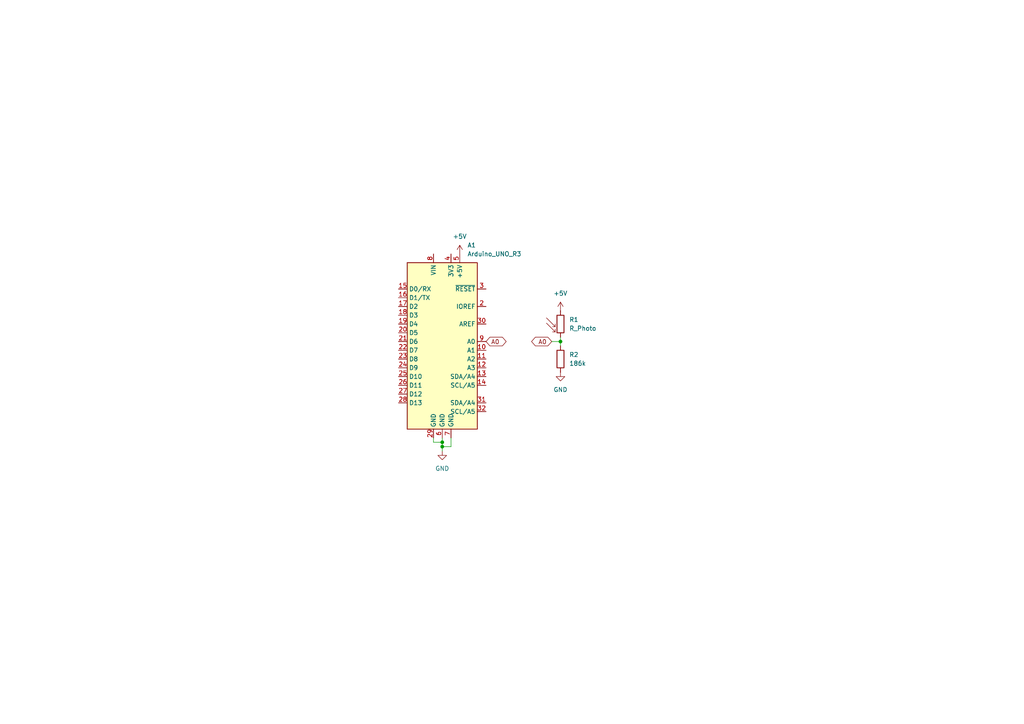
<source format=kicad_sch>
(kicad_sch (version 20231120) (generator "eeschema") (generator_version "8.0")
  (paper "A4")
  (lib_symbols
    (symbol "Device:R" (pin_numbers hide) (pin_names (offset 0))
      (property "Reference" "R" (at 2.032 0 90))
      (property "Value" "R" (at 0 0 90))
      (symbol "R_0_1"
        (rectangle (start -1.016 -2.54) (end 1.016 2.54) (stroke (width 0.254)))
      )
      (symbol "R_1_1"
        (pin passive line (at 0 3.81 270) (length 1.27) (name "~") (number "1"))
        (pin passive line (at 0 -3.81 90) (length 1.27) (name "~") (number "2"))
      )
    )
    (symbol "Device:R_Photo" (pin_numbers hide) (pin_names (offset 0))
      (property "Reference" "R" (at 1.27 1.27 0))
      (property "Value" "R_Photo" (at 1.27 0 0))
      (symbol "R_Photo_0_1"
        (rectangle (start -1.016 2.54) (end 1.016 -2.54) (stroke (width 0.254)))
        (polyline (pts (xy -1.524 -2.286) (xy -4.064 0.254)))
        (polyline (pts (xy -1.524 -2.286) (xy -2.286 -2.286)))
        (polyline (pts (xy -1.524 -2.286) (xy -1.524 -1.524)))
        (polyline (pts (xy -1.524 -0.762) (xy -4.064 1.778)))
        (polyline (pts (xy -1.524 -0.762) (xy -2.286 -0.762)))
        (polyline (pts (xy -1.524 -0.762) (xy -1.524 0)))
      )
      (symbol "R_Photo_1_1"
        (pin passive line (at 0 3.81 270) (length 1.27) (name "~") (number "1"))
        (pin passive line (at 0 -3.81 90) (length 1.27) (name "~") (number "2"))
      )
    )
    (symbol "MCU_Module:Arduino_UNO_R3"
      (property "Reference" "A" (at -10.16 23.495 0))
      (property "Value" "Arduino_UNO_R3" (at 5.08 -26.67 0))
      (symbol "Arduino_UNO_R3_0_1"
        (rectangle (start -10.16 22.86) (end 10.16 -25.4) (stroke (width 0.254)) (fill (type background)))
      )
      (symbol "Arduino_UNO_R3_1_1"
        (pin no_connect line (at -10.16 -20.32 0) (length 2.54) hide (name "NC") (number "1"))
        (pin bidirectional line (at 12.7 -2.54 180) (length 2.54) (name "A1") (number "10"))
        (pin bidirectional line (at 12.7 -5.08 180) (length 2.54) (name "A2") (number "11"))
        (pin bidirectional line (at 12.7 -7.62 180) (length 2.54) (name "A3") (number "12"))
        (pin bidirectional line (at 12.7 -10.16 180) (length 2.54) (name "SDA/A4") (number "13"))
        (pin bidirectional line (at 12.7 -12.7 180) (length 2.54) (name "SCL/A5") (number "14"))
        (pin bidirectional line (at -12.7 15.24 0) (length 2.54) (name "D0/RX") (number "15"))
        (pin bidirectional line (at -12.7 12.7 0) (length 2.54) (name "D1/TX") (number "16"))
        (pin bidirectional line (at -12.7 10.16 0) (length 2.54) (name "D2") (number "17"))
        (pin bidirectional line (at -12.7 7.62 0) (length 2.54) (name "D3") (number "18"))
        (pin bidirectional line (at -12.7 5.08 0) (length 2.54) (name "D4") (number "19"))
        (pin output line (at 12.7 10.16 180) (length 2.54) (name "IOREF") (number "2"))
        (pin bidirectional line (at -12.7 2.54 0) (length 2.54) (name "D5") (number "20"))
        (pin bidirectional line (at -12.7 0 0) (length 2.54) (name "D6") (number "21"))
        (pin bidirectional line (at -12.7 -2.54 0) (length 2.54) (name "D7") (number "22"))
        (pin bidirectional line (at -12.7 -5.08 0) (length 2.54) (name "D8") (number "23"))
        (pin bidirectional line (at -12.7 -7.62 0) (length 2.54) (name "D9") (number "24"))
        (pin bidirectional line (at -12.7 -10.16 0) (length 2.54) (name "D10") (number "25"))
        (pin bidirectional line (at -12.7 -12.7 0) (length 2.54) (name "D11") (number "26"))
        (pin bidirectional line (at -12.7 -15.24 0) (length 2.54) (name "D12") (number "27"))
        (pin bidirectional line (at -12.7 -17.78 0) (length 2.54) (name "D13") (number "28"))
        (pin power_in line (at -2.54 -27.94 90) (length 2.54) (name "GND") (number "29"))
        (pin input line (at 12.7 15.24 180) (length 2.54) (name "~{RESET}") (number "3"))
        (pin input line (at 12.7 5.08 180) (length 2.54) (name "AREF") (number "30"))
        (pin bidirectional line (at 12.7 -17.78 180) (length 2.54) (name "SDA/A4") (number "31"))
        (pin bidirectional line (at 12.7 -20.32 180) (length 2.54) (name "SCL/A5") (number "32"))
        (pin power_out line (at 2.54 25.4 270) (length 2.54) (name "3V3") (number "4"))
        (pin power_out line (at 5.08 25.4 270) (length 2.54) (name "+5V") (number "5"))
        (pin power_in line (at 0 -27.94 90) (length 2.54) (name "GND") (number "6"))
        (pin power_in line (at 2.54 -27.94 90) (length 2.54) (name "GND") (number "7"))
        (pin power_in line (at -2.54 25.4 270) (length 2.54) (name "VIN") (number "8"))
        (pin bidirectional line (at 12.7 0 180) (length 2.54) (name "A0") (number "9"))
      )
    )
    (symbol "power:+5V" (power) (pin_numbers hide) (pin_names (offset 0) hide)
      (property "Value" "+5V" (at 0 3.556 0))
      (symbol "+5V_0_1"
        (polyline (pts (xy -0.762 1.27) (xy 0 2.54)))
        (polyline (pts (xy 0 0) (xy 0 2.54)))
        (polyline (pts (xy 0 2.54) (xy 0.762 1.27)))
      )
      (symbol "+5V_1_1"
        (pin power_in line (at 0 0 90) (length 0) (name "~") (number "1"))
      )
    )
    (symbol "power:GND" (power) (pin_numbers hide) (pin_names (offset 0) hide)
      (property "Value" "GND" (at 0 -3.81 0))
      (symbol "GND_0_1"
        (polyline (pts (xy 0 0) (xy 0 -1.27) (xy 1.27 -1.27) (xy 0 -2.54) (xy -1.27 -1.27) (xy 0 -1.27)))
      )
      (symbol "GND_1_1"
        (pin power_in line (at 0 0 270) (length 0) (name "~") (number "1"))
      )
    )
  )
  (junction (at 128.27 129.54))
  (junction (at 162.56 99.06))
  (junction (at 128.27 128.27))
  (wire (pts (xy 162.56 100.33) (xy 162.56 99.06)))
  (wire (pts (xy 128.27 129.54) (xy 128.27 130.81)))
  (wire (pts (xy 125.73 128.27) (xy 128.27 128.27)))
  (wire (pts (xy 162.56 99.06) (xy 162.56 97.79)))
  (wire (pts (xy 130.81 127) (xy 130.81 129.54)))
  (wire (pts (xy 125.73 127) (xy 125.73 128.27)))
  (wire (pts (xy 128.27 127) (xy 128.27 128.27)))
  (wire (pts (xy 160.02 99.06) (xy 162.56 99.06)))
  (wire (pts (xy 128.27 128.27) (xy 128.27 129.54)))
  (wire (pts (xy 130.81 129.54) (xy 128.27 129.54)))
  (global_label "A0" (shape bidirectional) (at 140.97 99.06 0) (property "Intersheetrefs" "${INTERSHEET_REFS}" (effects (hide yes))))
  (global_label "A0" (shape bidirectional) (at 160.02 99.06 180) (property "Intersheetrefs" "${INTERSHEET_REFS}" (effects (hide yes))))
  (symbol (lib_id "MCU_Module:Arduino_UNO_R3") (at 128.27 99.06 0) (unit 1)
    (property "Reference" "A1" (at 135.5441 71.12 0) (effects (justify left)))
    (property "Value" "Arduino_UNO_R3" (at 135.5441 73.66 0) (effects (justify left)))
    (property "Footprint" "Module:Arduino_UNO_R3" (effects (hide yes)))
    (property "Datasheet" "https://www.arduino.cc/en/Main/arduinoBoardUno" (effects (hide yes)))
    (property "Description" "Arduino UNO Microcontroller Module, release 3" (effects (hide yes)))
  )
  (symbol (lib_id "power:+5V") (at 133.35 73.66 0) (unit 1)
    (property "Reference" "#PWR01" (effects (hide yes)))
    (property "Value" "+5V" (at 133.35 68.58 0))
    (property "Description" "Power symbol creates a global label with name \"+5V\"" (effects (hide yes)))
  )
  (symbol (lib_id "power:GND") (at 128.27 130.81 0) (unit 1)
    (property "Reference" "#PWR04" (effects (hide yes)))
    (property "Value" "GND" (at 128.27 135.89 0))
    (property "Description" "Power symbol creates a global label with name \"GND\" , ground" (effects (hide yes)))
  )
  (symbol (lib_id "power:+5V") (at 162.56 90.17 0) (unit 1)
    (property "Reference" "#PWR02" (effects (hide yes)))
    (property "Value" "+5V" (at 162.56 85.09 0))
    (property "Description" "Power symbol creates a global label with name \"+5V\"" (effects (hide yes)))
  )
  (symbol (lib_id "Device:R_Photo") (at 162.56 93.98 0) (unit 1)
    (property "Reference" "R1" (at 165.1 92.7099 0) (effects (justify left)))
    (property "Value" "R_Photo" (at 165.1 95.2499 0) (effects (justify left)))
    (property "Description" "Photoresistor" (effects (hide yes)))
  )
  (symbol (lib_id "power:GND") (at 162.56 107.95 0) (unit 1)
    (property "Reference" "#PWR03" (effects (hide yes)))
    (property "Value" "GND" (at 162.56 113.03 0))
    (property "Description" "Power symbol creates a global label with name \"GND\" , ground" (effects (hide yes)))
  )
  (symbol (lib_id "Device:R") (at 162.56 104.14 0) (unit 1)
    (property "Reference" "R2" (at 165.1 102.8699 0) (effects (justify left)))
    (property "Value" "186k" (at 165.1 105.4099 0) (effects (justify left)))
    (property "Description" "Resistor" (effects (hide yes)))
  )
)
</source>
